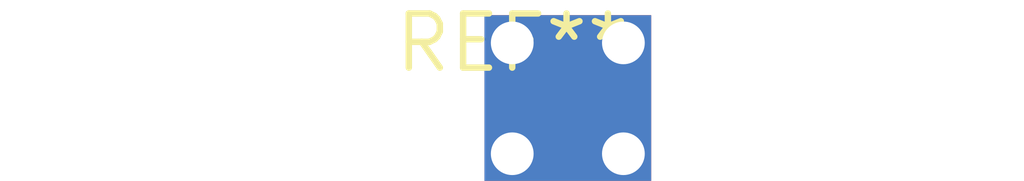
<source format=kicad_pcb>
(kicad_pcb (version 20240108) (generator pcbnew)
  (layers (0 "F.Cu" signal) (31 "B.Cu" signal) (34 "B.Paste" user) (35 "F.Paste" user) (36 "B.SilkS" user "B.Silkscreen") (37 "F.SilkS" user "F.Silkscreen") (38 "B.Mask" user) (39 "F.Mask" user) (44 "Edge.Cuts" user))
  (net 0 "")
  (footprint "NetTie-4_THT_Pad1.0mm" (layer "F.Cu") (at 0 0)
    (property "Reference" "REF**")
    (property "Value" "NetTie-4_THT_Pad1.0mm")
    (fp_poly (pts (xy -0.65 -0.65) (xy 3.25 -0.65) (xy 3.25 3.25) (xy -0.65 3.25)) (layer "F.Cu") (fill solid))
    (fp_poly (pts (xy -0.65 -0.65) (xy 3.25 -0.65) (xy 3.25 3.25) (xy -0.65 3.25)) (layer "B.Cu") (fill solid))
    (pad "1" thru_hole circle (at 0 0) (size 1.3 1.3) (drill 1) (layers *.Cu) (remove_unused_layers))
    (pad "2" thru_hole circle (at 2.6 0) (size 1.3 1.3) (drill 1) (layers *.Cu) (remove_unused_layers))
    (pad "3" thru_hole circle (at 0 2.6) (size 1.3 1.3) (drill 1) (layers *.Cu) (remove_unused_layers))
    (pad "4" thru_hole circle (at 2.6 2.6) (size 1.3 1.3) (drill 1) (layers *.Cu) (remove_unused_layers))
  )
)
</source>
